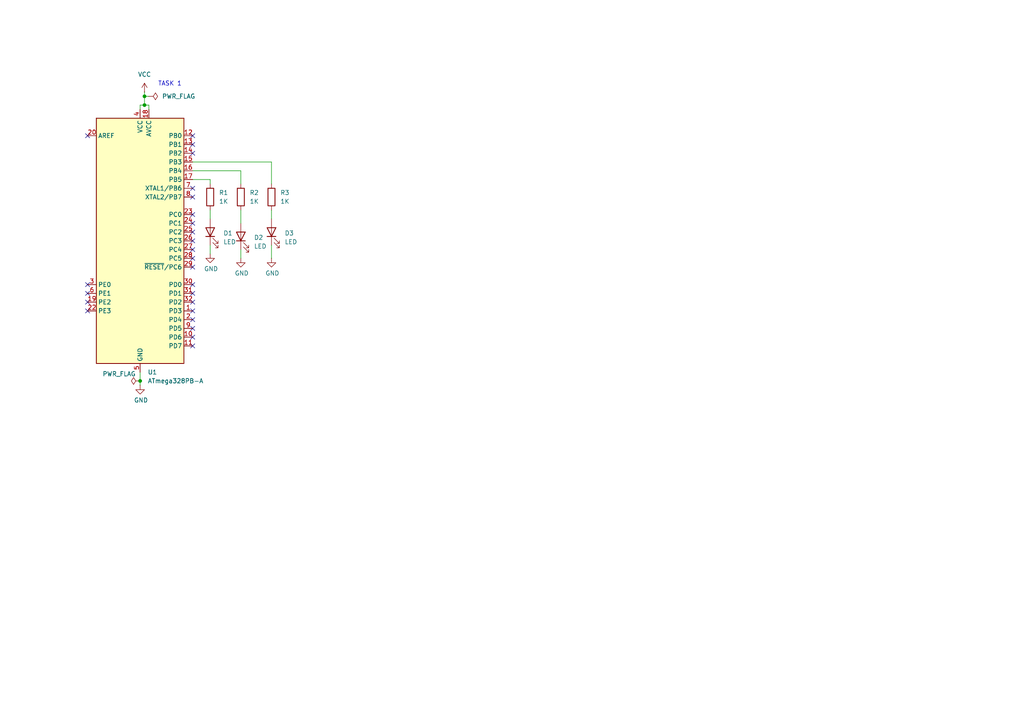
<source format=kicad_sch>
(kicad_sch (version 20231120) (generator "eeschema") (generator_version "8.0")
  (paper "A4")
  (lib_symbols
    (symbol "Device:LED" (pin_numbers hide) (pin_names (offset 1.016) hide)
      (property "Reference" "D" (at 0 2.54 0))
      (property "Value" "LED" (at 0 -2.54 0))
      (symbol "LED_0_1"
        (polyline (pts (xy -1.27 -1.27) (xy -1.27 1.27)) (stroke (width 0.254)))
        (polyline (pts (xy -1.27 0) (xy 1.27 0)))
        (polyline (pts (xy 1.27 -1.27) (xy 1.27 1.27) (xy -1.27 0) (xy 1.27 -1.27)) (stroke (width 0.254)))
        (polyline (pts (xy -3.048 -0.762) (xy -4.572 -2.286) (xy -3.81 -2.286) (xy -4.572 -2.286) (xy -4.572 -1.524)))
        (polyline (pts (xy -1.778 -0.762) (xy -3.302 -2.286) (xy -2.54 -2.286) (xy -3.302 -2.286) (xy -3.302 -1.524)))
      )
      (symbol "LED_1_1"
        (pin passive line (at -3.81 0 0) (length 2.54) (name "K") (number "1"))
        (pin passive line (at 3.81 0 180) (length 2.54) (name "A") (number "2"))
      )
    )
    (symbol "Device:R" (pin_numbers hide) (pin_names (offset 0))
      (property "Reference" "R" (at 2.032 0 90))
      (property "Value" "R" (at 0 0 90))
      (symbol "R_0_1"
        (rectangle (start -1.016 -2.54) (end 1.016 2.54) (stroke (width 0.254)))
      )
      (symbol "R_1_1"
        (pin passive line (at 0 3.81 270) (length 1.27) (name "~") (number "1"))
        (pin passive line (at 0 -3.81 90) (length 1.27) (name "~") (number "2"))
      )
    )
    (symbol "MCU_Microchip_ATmega:ATmega328PB-A"
      (property "Reference" "U" (at -12.7 36.83 0))
      (property "Value" "ATmega328PB-A" (at 2.54 -36.83 0))
      (symbol "ATmega328PB-A_0_1"
        (rectangle (start -12.7 -35.56) (end 12.7 35.56) (stroke (width 0.254)) (fill (type background)))
      )
      (symbol "ATmega328PB-A_1_1"
        (pin bidirectional line (at 15.24 -20.32 180) (length 2.54) (name "PD3") (number "1"))
        (pin bidirectional line (at 15.24 -27.94 180) (length 2.54) (name "PD6") (number "10"))
        (pin bidirectional line (at 15.24 -30.48 180) (length 2.54) (name "PD7") (number "11"))
        (pin bidirectional line (at 15.24 30.48 180) (length 2.54) (name "PB0") (number "12"))
        (pin bidirectional line (at 15.24 27.94 180) (length 2.54) (name "PB1") (number "13"))
        (pin bidirectional line (at 15.24 25.4 180) (length 2.54) (name "PB2") (number "14"))
        (pin bidirectional line (at 15.24 22.86 180) (length 2.54) (name "PB3") (number "15"))
        (pin bidirectional line (at 15.24 20.32 180) (length 2.54) (name "PB4") (number "16"))
        (pin bidirectional line (at 15.24 17.78 180) (length 2.54) (name "PB5") (number "17"))
        (pin power_in line (at 2.54 38.1 270) (length 2.54) (name "AVCC") (number "18"))
        (pin bidirectional line (at -15.24 -17.78 0) (length 2.54) (name "PE2") (number "19"))
        (pin bidirectional line (at 15.24 -22.86 180) (length 2.54) (name "PD4") (number "2"))
        (pin passive line (at -15.24 30.48 0) (length 2.54) (name "AREF") (number "20"))
        (pin passive line (at 0 -38.1 90) (length 2.54) hide (name "GND") (number "21"))
        (pin bidirectional line (at -15.24 -20.32 0) (length 2.54) (name "PE3") (number "22"))
        (pin bidirectional line (at 15.24 7.62 180) (length 2.54) (name "PC0") (number "23"))
        (pin bidirectional line (at 15.24 5.08 180) (length 2.54) (name "PC1") (number "24"))
        (pin bidirectional line (at 15.24 2.54 180) (length 2.54) (name "PC2") (number "25"))
        (pin bidirectional line (at 15.24 0 180) (length 2.54) (name "PC3") (number "26"))
        (pin bidirectional line (at 15.24 -2.54 180) (length 2.54) (name "PC4") (number "27"))
        (pin bidirectional line (at 15.24 -5.08 180) (length 2.54) (name "PC5") (number "28"))
        (pin bidirectional line (at 15.24 -7.62 180) (length 2.54) (name "~{RESET}/PC6") (number "29"))
        (pin bidirectional line (at -15.24 -12.7 0) (length 2.54) (name "PE0") (number "3"))
        (pin bidirectional line (at 15.24 -12.7 180) (length 2.54) (name "PD0") (number "30"))
        (pin bidirectional line (at 15.24 -15.24 180) (length 2.54) (name "PD1") (number "31"))
        (pin bidirectional line (at 15.24 -17.78 180) (length 2.54) (name "PD2") (number "32"))
        (pin power_in line (at 0 38.1 270) (length 2.54) (name "VCC") (number "4"))
        (pin power_in line (at 0 -38.1 90) (length 2.54) (name "GND") (number "5"))
        (pin bidirectional line (at -15.24 -15.24 0) (length 2.54) (name "PE1") (number "6"))
        (pin bidirectional line (at 15.24 15.24 180) (length 2.54) (name "XTAL1/PB6") (number "7"))
        (pin bidirectional line (at 15.24 12.7 180) (length 2.54) (name "XTAL2/PB7") (number "8"))
        (pin bidirectional line (at 15.24 -25.4 180) (length 2.54) (name "PD5") (number "9"))
      )
    )
    (symbol "power:GND" (power) (pin_numbers hide) (pin_names (offset 0) hide)
      (property "Value" "GND" (at 0 -3.81 0))
      (symbol "GND_0_1"
        (polyline (pts (xy 0 0) (xy 0 -1.27) (xy 1.27 -1.27) (xy 0 -2.54) (xy -1.27 -1.27) (xy 0 -1.27)))
      )
      (symbol "GND_1_1"
        (pin power_in line (at 0 0 270) (length 0) (name "~") (number "1"))
      )
    )
    (symbol "power:PWR_FLAG" (power) (pin_numbers hide) (pin_names (offset 0) hide)
      (property "Value" "PWR_FLAG" (at 0 3.81 0))
      (symbol "PWR_FLAG_0_0"
        (pin power_out line (at 0 0 90) (length 0) (name "~") (number "1"))
      )
      (symbol "PWR_FLAG_0_1"
        (polyline (pts (xy 0 0) (xy 0 1.27) (xy -1.016 1.905) (xy 0 2.54) (xy 1.016 1.905) (xy 0 1.27)))
      )
    )
    (symbol "power:VCC" (power) (pin_numbers hide) (pin_names (offset 0) hide)
      (property "Value" "VCC" (at 0 3.556 0))
      (symbol "VCC_0_1"
        (polyline (pts (xy -0.762 1.27) (xy 0 2.54)))
        (polyline (pts (xy 0 0) (xy 0 2.54)))
        (polyline (pts (xy 0 2.54) (xy 0.762 1.27)))
      )
      (symbol "VCC_1_1"
        (pin power_in line (at 0 0 90) (length 0) (name "~") (number "1"))
      )
    )
  )
  (junction (at 40.64 110.49))
  (junction (at 41.91 30.48))
  (junction (at 41.91 27.94))
  (no_connect (at 55.88 100.33))
  (no_connect (at 25.4 90.17))
  (no_connect (at 55.88 87.63))
  (no_connect (at 25.4 85.09))
  (no_connect (at 55.88 92.71))
  (no_connect (at 55.88 95.25))
  (no_connect (at 55.88 62.23))
  (no_connect (at 25.4 82.55))
  (no_connect (at 55.88 44.45))
  (no_connect (at 55.88 57.15))
  (no_connect (at 55.88 69.85))
  (no_connect (at 25.4 39.37))
  (no_connect (at 55.88 64.77))
  (no_connect (at 55.88 82.55))
  (no_connect (at 55.88 39.37))
  (no_connect (at 55.88 97.79))
  (no_connect (at 55.88 67.31))
  (no_connect (at 55.88 85.09))
  (no_connect (at 55.88 77.47))
  (no_connect (at 55.88 54.61))
  (no_connect (at 25.4 87.63))
  (no_connect (at 55.88 90.17))
  (no_connect (at 55.88 72.39))
  (no_connect (at 55.88 41.91))
  (no_connect (at 55.88 74.93))
  (wire (pts (xy 60.96 60.96) (xy 60.96 63.5)))
  (wire (pts (xy 78.74 46.99) (xy 78.74 53.34)))
  (wire (pts (xy 40.64 31.75) (xy 40.64 30.48)))
  (wire (pts (xy 55.88 49.53) (xy 69.85 49.53)))
  (wire (pts (xy 40.64 110.49) (xy 40.64 111.76)))
  (wire (pts (xy 40.64 30.48) (xy 41.91 30.48)))
  (wire (pts (xy 60.96 52.07) (xy 60.96 53.34)))
  (wire (pts (xy 41.91 27.94) (xy 43.18 27.94)))
  (wire (pts (xy 41.91 27.94) (xy 41.91 30.48)))
  (wire (pts (xy 69.85 49.53) (xy 69.85 53.34)))
  (wire (pts (xy 69.85 60.96) (xy 69.85 64.77)))
  (wire (pts (xy 55.88 52.07) (xy 60.96 52.07)))
  (wire (pts (xy 40.64 107.95) (xy 40.64 110.49)))
  (wire (pts (xy 41.91 26.67) (xy 41.91 27.94)))
  (wire (pts (xy 78.74 60.96) (xy 78.74 63.5)))
  (wire (pts (xy 78.74 71.12) (xy 78.74 74.93)))
  (wire (pts (xy 60.96 71.12) (xy 60.96 73.66)))
  (wire (pts (xy 41.91 30.48) (xy 43.18 30.48)))
  (wire (pts (xy 69.85 72.39) (xy 69.85 74.93)))
  (wire (pts (xy 43.18 31.75) (xy 43.18 30.48)))
  (wire (pts (xy 78.74 46.99) (xy 55.88 46.99)))
  (text "TASK 1" (at 49.276 24.384 0) (effects (font (size 1.27 1.27))))
  (symbol (lib_id "Device:LED") (at 78.74 67.31 90) (unit 1)
    (property "Reference" "D3" (at 82.55 67.6274 90) (effects (justify right)))
    (property "Value" "LED" (at 82.55 70.1674 90) (effects (justify right)))
    (property "Description" "Light emitting diode" (effects (hide yes)))
  )
  (symbol (lib_id "power:GND") (at 60.96 73.66 0) (unit 1)
    (property "Reference" "#PWR09" (effects (hide yes)))
    (property "Value" "GND" (at 61.214 77.978 0))
    (property "Description" "Power symbol creates a global label with name \"GND\" , ground" (effects (hide yes)))
  )
  (symbol (lib_id "Device:R") (at 69.85 57.15 0) (unit 1)
    (property "Reference" "R2" (at 72.39 55.8799 0) (effects (justify left)))
    (property "Value" "1K" (at 72.39 58.4199 0) (effects (justify left)))
    (property "Description" "Resistor" (effects (hide yes)))
  )
  (symbol (lib_id "Device:R") (at 78.74 57.15 0) (unit 1)
    (property "Reference" "R3" (at 81.28 55.8799 0) (effects (justify left)))
    (property "Value" "1K" (at 81.28 58.4199 0) (effects (justify left)))
    (property "Description" "Resistor" (effects (hide yes)))
  )
  (symbol (lib_id "power:GND") (at 69.85 74.93 0) (unit 1)
    (property "Reference" "#PWR010" (effects (hide yes)))
    (property "Value" "GND" (at 70.104 79.248 0))
    (property "Description" "Power symbol creates a global label with name \"GND\" , ground" (effects (hide yes)))
  )
  (symbol (lib_id "power:GND") (at 40.64 111.76 0) (unit 1)
    (property "Reference" "#PWR02" (effects (hide yes)))
    (property "Value" "GND" (at 40.894 116.078 0))
    (property "Description" "Power symbol creates a global label with name \"GND\" , ground" (effects (hide yes)))
  )
  (symbol (lib_id "power:GND") (at 78.74 74.93 0) (unit 1)
    (property "Reference" "#PWR03" (effects (hide yes)))
    (property "Value" "GND" (at 78.994 79.248 0))
    (property "Description" "Power symbol creates a global label with name \"GND\" , ground" (effects (hide yes)))
  )
  (symbol (lib_id "Device:LED") (at 60.96 67.31 90) (unit 1)
    (property "Reference" "D1" (at 64.77 67.6274 90) (effects (justify right)))
    (property "Value" "LED" (at 64.77 70.1674 90) (effects (justify right)))
    (property "Description" "Light emitting diode" (effects (hide yes)))
  )
  (symbol (lib_id "Device:LED") (at 69.85 68.58 90) (unit 1)
    (property "Reference" "D2" (at 73.66 68.8974 90) (effects (justify right)))
    (property "Value" "LED" (at 73.66 71.4374 90) (effects (justify right)))
    (property "Description" "Light emitting diode" (effects (hide yes)))
  )
  (symbol (lib_id "power:VCC") (at 41.91 26.67 0) (unit 1)
    (property "Reference" "#PWR01" (effects (hide yes)))
    (property "Value" "VCC" (at 41.91 21.59 0))
    (property "Description" "Power symbol creates a global label with name \"VCC\"" (effects (hide yes)))
  )
  (symbol (lib_id "power:PWR_FLAG") (at 40.64 110.49 90) (mirror x) (unit 1)
    (property "Reference" "#FLG02" (effects (hide yes)))
    (property "Value" "PWR_FLAG" (at 34.544 108.458 90))
    (property "Description" "Special symbol for telling ERC where power comes from" (effects (hide yes)))
  )
  (symbol (lib_id "Device:R") (at 60.96 57.15 0) (unit 1)
    (property "Reference" "R1" (at 63.5 55.8799 0) (effects (justify left)))
    (property "Value" "1K" (at 63.5 58.4199 0) (effects (justify left)))
    (property "Description" "Resistor" (effects (hide yes)))
  )
  (symbol (lib_id "MCU_Microchip_ATmega:ATmega328PB-A") (at 40.64 69.85 0) (unit 1)
    (property "Reference" "U1" (at 42.8341 107.95 0) (effects (justify left)))
    (property "Value" "ATmega328PB-A" (at 42.8341 110.49 0) (effects (justify left)))
    (property "Footprint" "Package_QFP:TQFP-32_7x7mm_P0.8mm" (effects (hide yes)))
    (property "Datasheet" "http://ww1.microchip.com/downloads/en/DeviceDoc/40001906C.pdf" (effects (hide yes)))
    (property "Description" "20MHz, 32kB Flash, 2kB SRAM, 1kB EEPROM, TQFP-32" (effects (hide yes)))
  )
  (symbol (lib_id "power:PWR_FLAG") (at 43.18 27.94 270) (unit 1)
    (property "Reference" "#FLG01" (effects (hide yes)))
    (property "Value" "PWR_FLAG" (at 46.99 27.9399 90) (effects (justify left)))
    (property "Description" "Special symbol for telling ERC where power comes from" (effects (hide yes)))
  )
)
</source>
